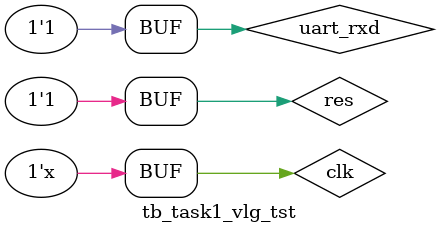
<source format=v>
`timescale 1 ps/ 1 ps
module tb_task1_vlg_tst();

reg clk;
reg res;
reg uart_rxd;
// wires                                               
wire [7:0]  seg_led;
wire [5:0]  seg_sel;
wire uart_txd;

parameter T=20000;


// assign statements (if any)                          
task1 i1 (
// port map - connection between master ports and signals/registers   
	.clk(clk),
	.res(res),
	.seg_led(seg_led),
	.seg_sel(seg_sel),
	.uart_rxd(uart_rxd),
	.uart_txd(uart_txd)
);


//定义时钟和res信号
initial 
begin
clk=1'b0;
res=1'b1; end

always #(T/2)   clk=~clk;


//定义UART端信号
initial 
begin uart_rxd=1'b1;
#(52080*T)  uart_rxd=1'b0;  //起始位
#(5208*T)  uart_rxd=1'b1;   //1
#(5208*T)  uart_rxd=1'b0;   //2
#(5208*T)  uart_rxd=1'b1;   //3
#(5208*T)  uart_rxd=1'b0;   //4
#(5208*T)  uart_rxd=1'b0;   //5
#(5208*T)  uart_rxd=1'b1;   //6
#(5208*T)  uart_rxd=1'b0;   //7
#(5208*T)  uart_rxd=1'b1;   //8
#(5208*T)  uart_rxd=1'b1;   //停止位		

#(5208000*T)  uart_rxd=1'b0;	
#(5208*T)  uart_rxd=1'b1;   //1
#(5208*T)  uart_rxd=1'b0;   //2
#(5208*T)  uart_rxd=1'b1;   //3
#(5208*T)  uart_rxd=1'b0;   //4
#(5208*T)  uart_rxd=1'b0;   //5
#(5208*T)  uart_rxd=1'b1;   //6
#(5208*T)  uart_rxd=1'b0;   //7
#(5208*T)  uart_rxd=1'b1;   //8
#(5208*T)  uart_rxd=1'b1;   //停止位	
end												  
                                                
endmodule




//***********第一版
/*`timescale 1 ps/ 1 ps
module tb_task1_vlg_tst();

reg clk;
reg res;
reg uart_rxd;
// wires                                               
wire [7:0]  seg_led;
wire [5:0]  seg_sel;
wire uart_txd;

parameter T=20000;


// assign statements (if any)                          
task1 i1 (
// port map - connection between master ports and signals/registers   
	.clk(clk),
	.res(res),
	.seg_led(seg_led),
	.seg_sel(seg_sel),
	.uart_rxd(uart_rxd),
	.uart_txd(uart_txd)
);


//定义时钟和res信号
initial 
begin
clk=1'b0;
res=1'b1; end

always #(T/2)   clk=~clk;


//定义UART端信号
initial 
begin uart_rxd=1'b1;
#(1000*T)  uart_rxd=1'b0;  //起始位
#(261*T)  uart_rxd=1'b1;   //1
#(261*T)  uart_rxd=1'b0;   //2
#(261*T)  uart_rxd=1'b1;   //3
#(261*T)  uart_rxd=1'b0;   //4
#(261*T)  uart_rxd=1'b0;   //5
#(261*T)  uart_rxd=1'b1;   //6
#(261*T)  uart_rxd=1'b0;   //7
#(261*T)  uart_rxd=1'b1;   //8
#(261*T)  uart_rxd=1'b1;   //停止位		

#(100000*T)  uart_rxd=1'b0;	
#(261*T)  uart_rxd=1'b1;   //1
#(261*T)  uart_rxd=1'b0;   //2
#(261*T)  uart_rxd=1'b1;   //3
#(261*T)  uart_rxd=1'b0;   //4
#(261*T)  uart_rxd=1'b0;   //5
#(261*T)  uart_rxd=1'b1;   //6
#(261*T)  uart_rxd=1'b0;   //7
#(261*T)  uart_rxd=1'b1;   //8
#(261*T)  uart_rxd=1'b1;   //停止位	
end												  
                                                
endmodule*/
</source>
